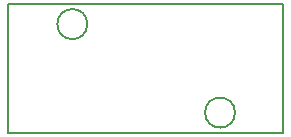
<source format=gbr>
G04 (created by PCBNEW (2013-07-07 BZR 4022)-stable) date 19/01/2014 00:13:06*
%MOIN*%
G04 Gerber Fmt 3.4, Leading zero omitted, Abs format*
%FSLAX34Y34*%
G01*
G70*
G90*
G04 APERTURE LIST*
%ADD10C,0.00590551*%
G04 APERTURE END LIST*
G54D10*
X79225Y-51125D02*
X79225Y-46850D01*
X70050Y-51125D02*
X79225Y-51125D01*
X72700Y-47500D02*
G75*
G03X72700Y-47500I-500J0D01*
G74*
G01*
X79225Y-46825D02*
X70050Y-46825D01*
X70050Y-46825D02*
X70050Y-51125D01*
X77625Y-50450D02*
G75*
G03X77625Y-50450I-500J0D01*
G74*
G01*
M02*

</source>
